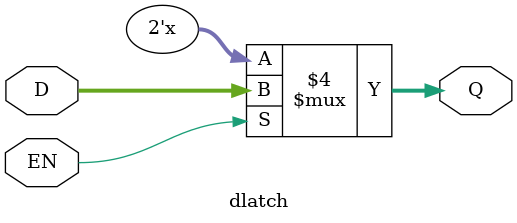
<source format=v>
module dlatch (EN, D, Q);

  parameter WIDTH = 2;
  parameter EN_POLARITY = 1'b1;

  input EN;
  input [WIDTH-1:0] D;
  output reg [WIDTH-1:0] Q;

  always @* begin
    if (EN == EN_POLARITY)
      Q = D;
  end

endmodule

</source>
